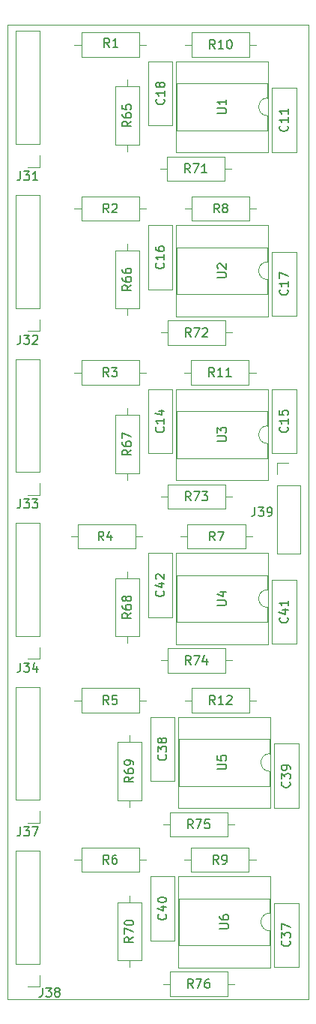
<source format=gto>
G04 #@! TF.GenerationSoftware,KiCad,Pcbnew,(6.0.1)*
G04 #@! TF.CreationDate,2022-09-12T17:15:24+02:00*
G04 #@! TF.ProjectId,Output-mixer,4f757470-7574-42d6-9d69-7865722e6b69,rev?*
G04 #@! TF.SameCoordinates,Original*
G04 #@! TF.FileFunction,Legend,Top*
G04 #@! TF.FilePolarity,Positive*
%FSLAX46Y46*%
G04 Gerber Fmt 4.6, Leading zero omitted, Abs format (unit mm)*
G04 Created by KiCad (PCBNEW (6.0.1)) date 2022-09-12 17:15:24*
%MOMM*%
%LPD*%
G01*
G04 APERTURE LIST*
G04 #@! TA.AperFunction,Profile*
%ADD10C,0.050000*%
G04 #@! TD*
%ADD11C,0.150000*%
%ADD12C,0.120000*%
%ADD13C,1.600000*%
%ADD14O,1.600000X1.600000*%
%ADD15R,1.700000X1.700000*%
%ADD16O,1.700000X1.700000*%
%ADD17R,1.600000X1.600000*%
G04 APERTURE END LIST*
D10*
X104175000Y-39325000D02*
X138175000Y-39325000D01*
X138175000Y-149325000D02*
X104175000Y-149325000D01*
X104175000Y-39325000D02*
X104175000Y-149325000D01*
X138175000Y-39325000D02*
X138175000Y-149325000D01*
D11*
X121782142Y-84717857D02*
X121829761Y-84765476D01*
X121877380Y-84908333D01*
X121877380Y-85003571D01*
X121829761Y-85146428D01*
X121734523Y-85241666D01*
X121639285Y-85289285D01*
X121448809Y-85336904D01*
X121305952Y-85336904D01*
X121115476Y-85289285D01*
X121020238Y-85241666D01*
X120925000Y-85146428D01*
X120877380Y-85003571D01*
X120877380Y-84908333D01*
X120925000Y-84765476D01*
X120972619Y-84717857D01*
X121877380Y-83765476D02*
X121877380Y-84336904D01*
X121877380Y-84051190D02*
X120877380Y-84051190D01*
X121020238Y-84146428D01*
X121115476Y-84241666D01*
X121163095Y-84336904D01*
X121210714Y-82908333D02*
X121877380Y-82908333D01*
X120829761Y-83146428D02*
X121544047Y-83384523D01*
X121544047Y-82765476D01*
X115588333Y-134027380D02*
X115255000Y-133551190D01*
X115016904Y-134027380D02*
X115016904Y-133027380D01*
X115397857Y-133027380D01*
X115493095Y-133075000D01*
X115540714Y-133122619D01*
X115588333Y-133217857D01*
X115588333Y-133360714D01*
X115540714Y-133455952D01*
X115493095Y-133503571D01*
X115397857Y-133551190D01*
X115016904Y-133551190D01*
X116445476Y-133027380D02*
X116255000Y-133027380D01*
X116159761Y-133075000D01*
X116112142Y-133122619D01*
X116016904Y-133265476D01*
X115969285Y-133455952D01*
X115969285Y-133836904D01*
X116016904Y-133932142D01*
X116064523Y-133979761D01*
X116159761Y-134027380D01*
X116350238Y-134027380D01*
X116445476Y-133979761D01*
X116493095Y-133932142D01*
X116540714Y-133836904D01*
X116540714Y-133598809D01*
X116493095Y-133503571D01*
X116445476Y-133455952D01*
X116350238Y-133408333D01*
X116159761Y-133408333D01*
X116064523Y-133455952D01*
X116016904Y-133503571D01*
X115969285Y-133598809D01*
X118127380Y-50217857D02*
X117651190Y-50551190D01*
X118127380Y-50789285D02*
X117127380Y-50789285D01*
X117127380Y-50408333D01*
X117175000Y-50313095D01*
X117222619Y-50265476D01*
X117317857Y-50217857D01*
X117460714Y-50217857D01*
X117555952Y-50265476D01*
X117603571Y-50313095D01*
X117651190Y-50408333D01*
X117651190Y-50789285D01*
X117127380Y-49360714D02*
X117127380Y-49551190D01*
X117175000Y-49646428D01*
X117222619Y-49694047D01*
X117365476Y-49789285D01*
X117555952Y-49836904D01*
X117936904Y-49836904D01*
X118032142Y-49789285D01*
X118079761Y-49741666D01*
X118127380Y-49646428D01*
X118127380Y-49455952D01*
X118079761Y-49360714D01*
X118032142Y-49313095D01*
X117936904Y-49265476D01*
X117698809Y-49265476D01*
X117603571Y-49313095D01*
X117555952Y-49360714D01*
X117508333Y-49455952D01*
X117508333Y-49646428D01*
X117555952Y-49741666D01*
X117603571Y-49789285D01*
X117698809Y-49836904D01*
X117127380Y-48360714D02*
X117127380Y-48836904D01*
X117603571Y-48884523D01*
X117555952Y-48836904D01*
X117508333Y-48741666D01*
X117508333Y-48503571D01*
X117555952Y-48408333D01*
X117603571Y-48360714D01*
X117698809Y-48313095D01*
X117936904Y-48313095D01*
X118032142Y-48360714D01*
X118079761Y-48408333D01*
X118127380Y-48503571D01*
X118127380Y-48741666D01*
X118079761Y-48836904D01*
X118032142Y-48884523D01*
X105615476Y-111357380D02*
X105615476Y-112071666D01*
X105567857Y-112214523D01*
X105472619Y-112309761D01*
X105329761Y-112357380D01*
X105234523Y-112357380D01*
X105996428Y-111357380D02*
X106615476Y-111357380D01*
X106282142Y-111738333D01*
X106425000Y-111738333D01*
X106520238Y-111785952D01*
X106567857Y-111833571D01*
X106615476Y-111928809D01*
X106615476Y-112166904D01*
X106567857Y-112262142D01*
X106520238Y-112309761D01*
X106425000Y-112357380D01*
X106139285Y-112357380D01*
X106044047Y-112309761D01*
X105996428Y-112262142D01*
X107472619Y-111690714D02*
X107472619Y-112357380D01*
X107234523Y-111309761D02*
X106996428Y-112024047D01*
X107615476Y-112024047D01*
X135782142Y-50717857D02*
X135829761Y-50765476D01*
X135877380Y-50908333D01*
X135877380Y-51003571D01*
X135829761Y-51146428D01*
X135734523Y-51241666D01*
X135639285Y-51289285D01*
X135448809Y-51336904D01*
X135305952Y-51336904D01*
X135115476Y-51289285D01*
X135020238Y-51241666D01*
X134925000Y-51146428D01*
X134877380Y-51003571D01*
X134877380Y-50908333D01*
X134925000Y-50765476D01*
X134972619Y-50717857D01*
X135877380Y-49765476D02*
X135877380Y-50336904D01*
X135877380Y-50051190D02*
X134877380Y-50051190D01*
X135020238Y-50146428D01*
X135115476Y-50241666D01*
X135163095Y-50336904D01*
X135877380Y-48813095D02*
X135877380Y-49384523D01*
X135877380Y-49098809D02*
X134877380Y-49098809D01*
X135020238Y-49194047D01*
X135115476Y-49289285D01*
X135163095Y-49384523D01*
X124782142Y-56027380D02*
X124448809Y-55551190D01*
X124210714Y-56027380D02*
X124210714Y-55027380D01*
X124591666Y-55027380D01*
X124686904Y-55075000D01*
X124734523Y-55122619D01*
X124782142Y-55217857D01*
X124782142Y-55360714D01*
X124734523Y-55455952D01*
X124686904Y-55503571D01*
X124591666Y-55551190D01*
X124210714Y-55551190D01*
X125115476Y-55027380D02*
X125782142Y-55027380D01*
X125353571Y-56027380D01*
X126686904Y-56027380D02*
X126115476Y-56027380D01*
X126401190Y-56027380D02*
X126401190Y-55027380D01*
X126305952Y-55170238D01*
X126210714Y-55265476D01*
X126115476Y-55313095D01*
X135782142Y-106217857D02*
X135829761Y-106265476D01*
X135877380Y-106408333D01*
X135877380Y-106503571D01*
X135829761Y-106646428D01*
X135734523Y-106741666D01*
X135639285Y-106789285D01*
X135448809Y-106836904D01*
X135305952Y-106836904D01*
X135115476Y-106789285D01*
X135020238Y-106741666D01*
X134925000Y-106646428D01*
X134877380Y-106503571D01*
X134877380Y-106408333D01*
X134925000Y-106265476D01*
X134972619Y-106217857D01*
X135210714Y-105360714D02*
X135877380Y-105360714D01*
X134829761Y-105598809D02*
X135544047Y-105836904D01*
X135544047Y-105217857D01*
X135877380Y-104313095D02*
X135877380Y-104884523D01*
X135877380Y-104598809D02*
X134877380Y-104598809D01*
X135020238Y-104694047D01*
X135115476Y-104789285D01*
X135163095Y-104884523D01*
X115588333Y-79027380D02*
X115255000Y-78551190D01*
X115016904Y-79027380D02*
X115016904Y-78027380D01*
X115397857Y-78027380D01*
X115493095Y-78075000D01*
X115540714Y-78122619D01*
X115588333Y-78217857D01*
X115588333Y-78360714D01*
X115540714Y-78455952D01*
X115493095Y-78503571D01*
X115397857Y-78551190D01*
X115016904Y-78551190D01*
X115921666Y-78027380D02*
X116540714Y-78027380D01*
X116207380Y-78408333D01*
X116350238Y-78408333D01*
X116445476Y-78455952D01*
X116493095Y-78503571D01*
X116540714Y-78598809D01*
X116540714Y-78836904D01*
X116493095Y-78932142D01*
X116445476Y-78979761D01*
X116350238Y-79027380D01*
X116064523Y-79027380D01*
X115969285Y-78979761D01*
X115921666Y-78932142D01*
X124862142Y-111527380D02*
X124528809Y-111051190D01*
X124290714Y-111527380D02*
X124290714Y-110527380D01*
X124671666Y-110527380D01*
X124766904Y-110575000D01*
X124814523Y-110622619D01*
X124862142Y-110717857D01*
X124862142Y-110860714D01*
X124814523Y-110955952D01*
X124766904Y-111003571D01*
X124671666Y-111051190D01*
X124290714Y-111051190D01*
X125195476Y-110527380D02*
X125862142Y-110527380D01*
X125433571Y-111527380D01*
X126671666Y-110860714D02*
X126671666Y-111527380D01*
X126433571Y-110479761D02*
X126195476Y-111194047D01*
X126814523Y-111194047D01*
X115588333Y-116027380D02*
X115255000Y-115551190D01*
X115016904Y-116027380D02*
X115016904Y-115027380D01*
X115397857Y-115027380D01*
X115493095Y-115075000D01*
X115540714Y-115122619D01*
X115588333Y-115217857D01*
X115588333Y-115360714D01*
X115540714Y-115455952D01*
X115493095Y-115503571D01*
X115397857Y-115551190D01*
X115016904Y-115551190D01*
X116493095Y-115027380D02*
X116016904Y-115027380D01*
X115969285Y-115503571D01*
X116016904Y-115455952D01*
X116112142Y-115408333D01*
X116350238Y-115408333D01*
X116445476Y-115455952D01*
X116493095Y-115503571D01*
X116540714Y-115598809D01*
X116540714Y-115836904D01*
X116493095Y-115932142D01*
X116445476Y-115979761D01*
X116350238Y-116027380D01*
X116112142Y-116027380D01*
X116016904Y-115979761D01*
X115969285Y-115932142D01*
X108115476Y-148027380D02*
X108115476Y-148741666D01*
X108067857Y-148884523D01*
X107972619Y-148979761D01*
X107829761Y-149027380D01*
X107734523Y-149027380D01*
X108496428Y-148027380D02*
X109115476Y-148027380D01*
X108782142Y-148408333D01*
X108925000Y-148408333D01*
X109020238Y-148455952D01*
X109067857Y-148503571D01*
X109115476Y-148598809D01*
X109115476Y-148836904D01*
X109067857Y-148932142D01*
X109020238Y-148979761D01*
X108925000Y-149027380D01*
X108639285Y-149027380D01*
X108544047Y-148979761D01*
X108496428Y-148932142D01*
X109686904Y-148455952D02*
X109591666Y-148408333D01*
X109544047Y-148360714D01*
X109496428Y-148265476D01*
X109496428Y-148217857D01*
X109544047Y-148122619D01*
X109591666Y-148075000D01*
X109686904Y-148027380D01*
X109877380Y-148027380D01*
X109972619Y-148075000D01*
X110020238Y-148122619D01*
X110067857Y-148217857D01*
X110067857Y-148265476D01*
X110020238Y-148360714D01*
X109972619Y-148408333D01*
X109877380Y-148455952D01*
X109686904Y-148455952D01*
X109591666Y-148503571D01*
X109544047Y-148551190D01*
X109496428Y-148646428D01*
X109496428Y-148836904D01*
X109544047Y-148932142D01*
X109591666Y-148979761D01*
X109686904Y-149027380D01*
X109877380Y-149027380D01*
X109972619Y-148979761D01*
X110020238Y-148932142D01*
X110067857Y-148836904D01*
X110067857Y-148646428D01*
X110020238Y-148551190D01*
X109972619Y-148503571D01*
X109877380Y-148455952D01*
X121832142Y-47717857D02*
X121879761Y-47765476D01*
X121927380Y-47908333D01*
X121927380Y-48003571D01*
X121879761Y-48146428D01*
X121784523Y-48241666D01*
X121689285Y-48289285D01*
X121498809Y-48336904D01*
X121355952Y-48336904D01*
X121165476Y-48289285D01*
X121070238Y-48241666D01*
X120975000Y-48146428D01*
X120927380Y-48003571D01*
X120927380Y-47908333D01*
X120975000Y-47765476D01*
X121022619Y-47717857D01*
X121927380Y-46765476D02*
X121927380Y-47336904D01*
X121927380Y-47051190D02*
X120927380Y-47051190D01*
X121070238Y-47146428D01*
X121165476Y-47241666D01*
X121213095Y-47336904D01*
X121355952Y-46194047D02*
X121308333Y-46289285D01*
X121260714Y-46336904D01*
X121165476Y-46384523D01*
X121117857Y-46384523D01*
X121022619Y-46336904D01*
X120975000Y-46289285D01*
X120927380Y-46194047D01*
X120927380Y-46003571D01*
X120975000Y-45908333D01*
X121022619Y-45860714D01*
X121117857Y-45813095D01*
X121165476Y-45813095D01*
X121260714Y-45860714D01*
X121308333Y-45908333D01*
X121355952Y-46003571D01*
X121355952Y-46194047D01*
X121403571Y-46289285D01*
X121451190Y-46336904D01*
X121546428Y-46384523D01*
X121736904Y-46384523D01*
X121832142Y-46336904D01*
X121879761Y-46289285D01*
X121927380Y-46194047D01*
X121927380Y-46003571D01*
X121879761Y-45908333D01*
X121832142Y-45860714D01*
X121736904Y-45813095D01*
X121546428Y-45813095D01*
X121451190Y-45860714D01*
X121403571Y-45908333D01*
X121355952Y-46003571D01*
X118127380Y-105717857D02*
X117651190Y-106051190D01*
X118127380Y-106289285D02*
X117127380Y-106289285D01*
X117127380Y-105908333D01*
X117175000Y-105813095D01*
X117222619Y-105765476D01*
X117317857Y-105717857D01*
X117460714Y-105717857D01*
X117555952Y-105765476D01*
X117603571Y-105813095D01*
X117651190Y-105908333D01*
X117651190Y-106289285D01*
X117127380Y-104860714D02*
X117127380Y-105051190D01*
X117175000Y-105146428D01*
X117222619Y-105194047D01*
X117365476Y-105289285D01*
X117555952Y-105336904D01*
X117936904Y-105336904D01*
X118032142Y-105289285D01*
X118079761Y-105241666D01*
X118127380Y-105146428D01*
X118127380Y-104955952D01*
X118079761Y-104860714D01*
X118032142Y-104813095D01*
X117936904Y-104765476D01*
X117698809Y-104765476D01*
X117603571Y-104813095D01*
X117555952Y-104860714D01*
X117508333Y-104955952D01*
X117508333Y-105146428D01*
X117555952Y-105241666D01*
X117603571Y-105289285D01*
X117698809Y-105336904D01*
X117555952Y-104194047D02*
X117508333Y-104289285D01*
X117460714Y-104336904D01*
X117365476Y-104384523D01*
X117317857Y-104384523D01*
X117222619Y-104336904D01*
X117175000Y-104289285D01*
X117127380Y-104194047D01*
X117127380Y-104003571D01*
X117175000Y-103908333D01*
X117222619Y-103860714D01*
X117317857Y-103813095D01*
X117365476Y-103813095D01*
X117460714Y-103860714D01*
X117508333Y-103908333D01*
X117555952Y-104003571D01*
X117555952Y-104194047D01*
X117603571Y-104289285D01*
X117651190Y-104336904D01*
X117746428Y-104384523D01*
X117936904Y-104384523D01*
X118032142Y-104336904D01*
X118079761Y-104289285D01*
X118127380Y-104194047D01*
X118127380Y-104003571D01*
X118079761Y-103908333D01*
X118032142Y-103860714D01*
X117936904Y-103813095D01*
X117746428Y-103813095D01*
X117651190Y-103860714D01*
X117603571Y-103908333D01*
X117555952Y-104003571D01*
X122032142Y-121717857D02*
X122079761Y-121765476D01*
X122127380Y-121908333D01*
X122127380Y-122003571D01*
X122079761Y-122146428D01*
X121984523Y-122241666D01*
X121889285Y-122289285D01*
X121698809Y-122336904D01*
X121555952Y-122336904D01*
X121365476Y-122289285D01*
X121270238Y-122241666D01*
X121175000Y-122146428D01*
X121127380Y-122003571D01*
X121127380Y-121908333D01*
X121175000Y-121765476D01*
X121222619Y-121717857D01*
X121127380Y-121384523D02*
X121127380Y-120765476D01*
X121508333Y-121098809D01*
X121508333Y-120955952D01*
X121555952Y-120860714D01*
X121603571Y-120813095D01*
X121698809Y-120765476D01*
X121936904Y-120765476D01*
X122032142Y-120813095D01*
X122079761Y-120860714D01*
X122127380Y-120955952D01*
X122127380Y-121241666D01*
X122079761Y-121336904D01*
X122032142Y-121384523D01*
X121555952Y-120194047D02*
X121508333Y-120289285D01*
X121460714Y-120336904D01*
X121365476Y-120384523D01*
X121317857Y-120384523D01*
X121222619Y-120336904D01*
X121175000Y-120289285D01*
X121127380Y-120194047D01*
X121127380Y-120003571D01*
X121175000Y-119908333D01*
X121222619Y-119860714D01*
X121317857Y-119813095D01*
X121365476Y-119813095D01*
X121460714Y-119860714D01*
X121508333Y-119908333D01*
X121555952Y-120003571D01*
X121555952Y-120194047D01*
X121603571Y-120289285D01*
X121651190Y-120336904D01*
X121746428Y-120384523D01*
X121936904Y-120384523D01*
X122032142Y-120336904D01*
X122079761Y-120289285D01*
X122127380Y-120194047D01*
X122127380Y-120003571D01*
X122079761Y-119908333D01*
X122032142Y-119860714D01*
X121936904Y-119813095D01*
X121746428Y-119813095D01*
X121651190Y-119860714D01*
X121603571Y-119908333D01*
X121555952Y-120003571D01*
X136032142Y-142717857D02*
X136079761Y-142765476D01*
X136127380Y-142908333D01*
X136127380Y-143003571D01*
X136079761Y-143146428D01*
X135984523Y-143241666D01*
X135889285Y-143289285D01*
X135698809Y-143336904D01*
X135555952Y-143336904D01*
X135365476Y-143289285D01*
X135270238Y-143241666D01*
X135175000Y-143146428D01*
X135127380Y-143003571D01*
X135127380Y-142908333D01*
X135175000Y-142765476D01*
X135222619Y-142717857D01*
X135127380Y-142384523D02*
X135127380Y-141765476D01*
X135508333Y-142098809D01*
X135508333Y-141955952D01*
X135555952Y-141860714D01*
X135603571Y-141813095D01*
X135698809Y-141765476D01*
X135936904Y-141765476D01*
X136032142Y-141813095D01*
X136079761Y-141860714D01*
X136127380Y-141955952D01*
X136127380Y-142241666D01*
X136079761Y-142336904D01*
X136032142Y-142384523D01*
X135127380Y-141432142D02*
X135127380Y-140765476D01*
X136127380Y-141194047D01*
X118377380Y-142297857D02*
X117901190Y-142631190D01*
X118377380Y-142869285D02*
X117377380Y-142869285D01*
X117377380Y-142488333D01*
X117425000Y-142393095D01*
X117472619Y-142345476D01*
X117567857Y-142297857D01*
X117710714Y-142297857D01*
X117805952Y-142345476D01*
X117853571Y-142393095D01*
X117901190Y-142488333D01*
X117901190Y-142869285D01*
X117377380Y-141964523D02*
X117377380Y-141297857D01*
X118377380Y-141726428D01*
X117377380Y-140726428D02*
X117377380Y-140631190D01*
X117425000Y-140535952D01*
X117472619Y-140488333D01*
X117567857Y-140440714D01*
X117758333Y-140393095D01*
X117996428Y-140393095D01*
X118186904Y-140440714D01*
X118282142Y-140488333D01*
X118329761Y-140535952D01*
X118377380Y-140631190D01*
X118377380Y-140726428D01*
X118329761Y-140821666D01*
X118282142Y-140869285D01*
X118186904Y-140916904D01*
X117996428Y-140964523D01*
X117758333Y-140964523D01*
X117567857Y-140916904D01*
X117472619Y-140869285D01*
X117425000Y-140821666D01*
X117377380Y-140726428D01*
X124862142Y-93027380D02*
X124528809Y-92551190D01*
X124290714Y-93027380D02*
X124290714Y-92027380D01*
X124671666Y-92027380D01*
X124766904Y-92075000D01*
X124814523Y-92122619D01*
X124862142Y-92217857D01*
X124862142Y-92360714D01*
X124814523Y-92455952D01*
X124766904Y-92503571D01*
X124671666Y-92551190D01*
X124290714Y-92551190D01*
X125195476Y-92027380D02*
X125862142Y-92027380D01*
X125433571Y-93027380D01*
X126147857Y-92027380D02*
X126766904Y-92027380D01*
X126433571Y-92408333D01*
X126576428Y-92408333D01*
X126671666Y-92455952D01*
X126719285Y-92503571D01*
X126766904Y-92598809D01*
X126766904Y-92836904D01*
X126719285Y-92932142D01*
X126671666Y-92979761D01*
X126576428Y-93027380D01*
X126290714Y-93027380D01*
X126195476Y-92979761D01*
X126147857Y-92932142D01*
X127877380Y-86336904D02*
X128686904Y-86336904D01*
X128782142Y-86289285D01*
X128829761Y-86241666D01*
X128877380Y-86146428D01*
X128877380Y-85955952D01*
X128829761Y-85860714D01*
X128782142Y-85813095D01*
X128686904Y-85765476D01*
X127877380Y-85765476D01*
X127877380Y-85384523D02*
X127877380Y-84765476D01*
X128258333Y-85098809D01*
X128258333Y-84955952D01*
X128305952Y-84860714D01*
X128353571Y-84813095D01*
X128448809Y-84765476D01*
X128686904Y-84765476D01*
X128782142Y-84813095D01*
X128829761Y-84860714D01*
X128877380Y-84955952D01*
X128877380Y-85241666D01*
X128829761Y-85336904D01*
X128782142Y-85384523D01*
X125112142Y-148027380D02*
X124778809Y-147551190D01*
X124540714Y-148027380D02*
X124540714Y-147027380D01*
X124921666Y-147027380D01*
X125016904Y-147075000D01*
X125064523Y-147122619D01*
X125112142Y-147217857D01*
X125112142Y-147360714D01*
X125064523Y-147455952D01*
X125016904Y-147503571D01*
X124921666Y-147551190D01*
X124540714Y-147551190D01*
X125445476Y-147027380D02*
X126112142Y-147027380D01*
X125683571Y-148027380D01*
X126921666Y-147027380D02*
X126731190Y-147027380D01*
X126635952Y-147075000D01*
X126588333Y-147122619D01*
X126493095Y-147265476D01*
X126445476Y-147455952D01*
X126445476Y-147836904D01*
X126493095Y-147932142D01*
X126540714Y-147979761D01*
X126635952Y-148027380D01*
X126826428Y-148027380D01*
X126921666Y-147979761D01*
X126969285Y-147932142D01*
X127016904Y-147836904D01*
X127016904Y-147598809D01*
X126969285Y-147503571D01*
X126921666Y-147455952D01*
X126826428Y-147408333D01*
X126635952Y-147408333D01*
X126540714Y-147455952D01*
X126493095Y-147503571D01*
X126445476Y-147598809D01*
X127877380Y-104846904D02*
X128686904Y-104846904D01*
X128782142Y-104799285D01*
X128829761Y-104751666D01*
X128877380Y-104656428D01*
X128877380Y-104465952D01*
X128829761Y-104370714D01*
X128782142Y-104323095D01*
X128686904Y-104275476D01*
X127877380Y-104275476D01*
X128210714Y-103370714D02*
X128877380Y-103370714D01*
X127829761Y-103608809D02*
X128544047Y-103846904D01*
X128544047Y-103227857D01*
X115668333Y-41847380D02*
X115335000Y-41371190D01*
X115096904Y-41847380D02*
X115096904Y-40847380D01*
X115477857Y-40847380D01*
X115573095Y-40895000D01*
X115620714Y-40942619D01*
X115668333Y-41037857D01*
X115668333Y-41180714D01*
X115620714Y-41275952D01*
X115573095Y-41323571D01*
X115477857Y-41371190D01*
X115096904Y-41371190D01*
X116620714Y-41847380D02*
X116049285Y-41847380D01*
X116335000Y-41847380D02*
X116335000Y-40847380D01*
X116239761Y-40990238D01*
X116144523Y-41085476D01*
X116049285Y-41133095D01*
X135782142Y-84717857D02*
X135829761Y-84765476D01*
X135877380Y-84908333D01*
X135877380Y-85003571D01*
X135829761Y-85146428D01*
X135734523Y-85241666D01*
X135639285Y-85289285D01*
X135448809Y-85336904D01*
X135305952Y-85336904D01*
X135115476Y-85289285D01*
X135020238Y-85241666D01*
X134925000Y-85146428D01*
X134877380Y-85003571D01*
X134877380Y-84908333D01*
X134925000Y-84765476D01*
X134972619Y-84717857D01*
X135877380Y-83765476D02*
X135877380Y-84336904D01*
X135877380Y-84051190D02*
X134877380Y-84051190D01*
X135020238Y-84146428D01*
X135115476Y-84241666D01*
X135163095Y-84336904D01*
X134877380Y-82860714D02*
X134877380Y-83336904D01*
X135353571Y-83384523D01*
X135305952Y-83336904D01*
X135258333Y-83241666D01*
X135258333Y-83003571D01*
X135305952Y-82908333D01*
X135353571Y-82860714D01*
X135448809Y-82813095D01*
X135686904Y-82813095D01*
X135782142Y-82860714D01*
X135829761Y-82908333D01*
X135877380Y-83003571D01*
X135877380Y-83241666D01*
X135829761Y-83336904D01*
X135782142Y-83384523D01*
X127612142Y-116027380D02*
X127278809Y-115551190D01*
X127040714Y-116027380D02*
X127040714Y-115027380D01*
X127421666Y-115027380D01*
X127516904Y-115075000D01*
X127564523Y-115122619D01*
X127612142Y-115217857D01*
X127612142Y-115360714D01*
X127564523Y-115455952D01*
X127516904Y-115503571D01*
X127421666Y-115551190D01*
X127040714Y-115551190D01*
X128564523Y-116027380D02*
X127993095Y-116027380D01*
X128278809Y-116027380D02*
X128278809Y-115027380D01*
X128183571Y-115170238D01*
X128088333Y-115265476D01*
X127993095Y-115313095D01*
X128945476Y-115122619D02*
X128993095Y-115075000D01*
X129088333Y-115027380D01*
X129326428Y-115027380D01*
X129421666Y-115075000D01*
X129469285Y-115122619D01*
X129516904Y-115217857D01*
X129516904Y-115313095D01*
X129469285Y-115455952D01*
X128897857Y-116027380D01*
X129516904Y-116027380D01*
X128088333Y-60527380D02*
X127755000Y-60051190D01*
X127516904Y-60527380D02*
X127516904Y-59527380D01*
X127897857Y-59527380D01*
X127993095Y-59575000D01*
X128040714Y-59622619D01*
X128088333Y-59717857D01*
X128088333Y-59860714D01*
X128040714Y-59955952D01*
X127993095Y-60003571D01*
X127897857Y-60051190D01*
X127516904Y-60051190D01*
X128659761Y-59955952D02*
X128564523Y-59908333D01*
X128516904Y-59860714D01*
X128469285Y-59765476D01*
X128469285Y-59717857D01*
X128516904Y-59622619D01*
X128564523Y-59575000D01*
X128659761Y-59527380D01*
X128850238Y-59527380D01*
X128945476Y-59575000D01*
X128993095Y-59622619D01*
X129040714Y-59717857D01*
X129040714Y-59765476D01*
X128993095Y-59860714D01*
X128945476Y-59908333D01*
X128850238Y-59955952D01*
X128659761Y-59955952D01*
X128564523Y-60003571D01*
X128516904Y-60051190D01*
X128469285Y-60146428D01*
X128469285Y-60336904D01*
X128516904Y-60432142D01*
X128564523Y-60479761D01*
X128659761Y-60527380D01*
X128850238Y-60527380D01*
X128945476Y-60479761D01*
X128993095Y-60432142D01*
X129040714Y-60336904D01*
X129040714Y-60146428D01*
X128993095Y-60051190D01*
X128945476Y-60003571D01*
X128850238Y-59955952D01*
X118127380Y-68717857D02*
X117651190Y-69051190D01*
X118127380Y-69289285D02*
X117127380Y-69289285D01*
X117127380Y-68908333D01*
X117175000Y-68813095D01*
X117222619Y-68765476D01*
X117317857Y-68717857D01*
X117460714Y-68717857D01*
X117555952Y-68765476D01*
X117603571Y-68813095D01*
X117651190Y-68908333D01*
X117651190Y-69289285D01*
X117127380Y-67860714D02*
X117127380Y-68051190D01*
X117175000Y-68146428D01*
X117222619Y-68194047D01*
X117365476Y-68289285D01*
X117555952Y-68336904D01*
X117936904Y-68336904D01*
X118032142Y-68289285D01*
X118079761Y-68241666D01*
X118127380Y-68146428D01*
X118127380Y-67955952D01*
X118079761Y-67860714D01*
X118032142Y-67813095D01*
X117936904Y-67765476D01*
X117698809Y-67765476D01*
X117603571Y-67813095D01*
X117555952Y-67860714D01*
X117508333Y-67955952D01*
X117508333Y-68146428D01*
X117555952Y-68241666D01*
X117603571Y-68289285D01*
X117698809Y-68336904D01*
X117127380Y-66908333D02*
X117127380Y-67098809D01*
X117175000Y-67194047D01*
X117222619Y-67241666D01*
X117365476Y-67336904D01*
X117555952Y-67384523D01*
X117936904Y-67384523D01*
X118032142Y-67336904D01*
X118079761Y-67289285D01*
X118127380Y-67194047D01*
X118127380Y-67003571D01*
X118079761Y-66908333D01*
X118032142Y-66860714D01*
X117936904Y-66813095D01*
X117698809Y-66813095D01*
X117603571Y-66860714D01*
X117555952Y-66908333D01*
X117508333Y-67003571D01*
X117508333Y-67194047D01*
X117555952Y-67289285D01*
X117603571Y-67336904D01*
X117698809Y-67384523D01*
X132115476Y-93777380D02*
X132115476Y-94491666D01*
X132067857Y-94634523D01*
X131972619Y-94729761D01*
X131829761Y-94777380D01*
X131734523Y-94777380D01*
X132496428Y-93777380D02*
X133115476Y-93777380D01*
X132782142Y-94158333D01*
X132925000Y-94158333D01*
X133020238Y-94205952D01*
X133067857Y-94253571D01*
X133115476Y-94348809D01*
X133115476Y-94586904D01*
X133067857Y-94682142D01*
X133020238Y-94729761D01*
X132925000Y-94777380D01*
X132639285Y-94777380D01*
X132544047Y-94729761D01*
X132496428Y-94682142D01*
X133591666Y-94777380D02*
X133782142Y-94777380D01*
X133877380Y-94729761D01*
X133925000Y-94682142D01*
X134020238Y-94539285D01*
X134067857Y-94348809D01*
X134067857Y-93967857D01*
X134020238Y-93872619D01*
X133972619Y-93825000D01*
X133877380Y-93777380D01*
X133686904Y-93777380D01*
X133591666Y-93825000D01*
X133544047Y-93872619D01*
X133496428Y-93967857D01*
X133496428Y-94205952D01*
X133544047Y-94301190D01*
X133591666Y-94348809D01*
X133686904Y-94396428D01*
X133877380Y-94396428D01*
X133972619Y-94348809D01*
X134020238Y-94301190D01*
X134067857Y-94205952D01*
X118377380Y-124217857D02*
X117901190Y-124551190D01*
X118377380Y-124789285D02*
X117377380Y-124789285D01*
X117377380Y-124408333D01*
X117425000Y-124313095D01*
X117472619Y-124265476D01*
X117567857Y-124217857D01*
X117710714Y-124217857D01*
X117805952Y-124265476D01*
X117853571Y-124313095D01*
X117901190Y-124408333D01*
X117901190Y-124789285D01*
X117377380Y-123360714D02*
X117377380Y-123551190D01*
X117425000Y-123646428D01*
X117472619Y-123694047D01*
X117615476Y-123789285D01*
X117805952Y-123836904D01*
X118186904Y-123836904D01*
X118282142Y-123789285D01*
X118329761Y-123741666D01*
X118377380Y-123646428D01*
X118377380Y-123455952D01*
X118329761Y-123360714D01*
X118282142Y-123313095D01*
X118186904Y-123265476D01*
X117948809Y-123265476D01*
X117853571Y-123313095D01*
X117805952Y-123360714D01*
X117758333Y-123455952D01*
X117758333Y-123646428D01*
X117805952Y-123741666D01*
X117853571Y-123789285D01*
X117948809Y-123836904D01*
X118377380Y-122789285D02*
X118377380Y-122598809D01*
X118329761Y-122503571D01*
X118282142Y-122455952D01*
X118139285Y-122360714D01*
X117948809Y-122313095D01*
X117567857Y-122313095D01*
X117472619Y-122360714D01*
X117425000Y-122408333D01*
X117377380Y-122503571D01*
X117377380Y-122694047D01*
X117425000Y-122789285D01*
X117472619Y-122836904D01*
X117567857Y-122884523D01*
X117805952Y-122884523D01*
X117901190Y-122836904D01*
X117948809Y-122789285D01*
X117996428Y-122694047D01*
X117996428Y-122503571D01*
X117948809Y-122408333D01*
X117901190Y-122360714D01*
X117805952Y-122313095D01*
X127532142Y-79027380D02*
X127198809Y-78551190D01*
X126960714Y-79027380D02*
X126960714Y-78027380D01*
X127341666Y-78027380D01*
X127436904Y-78075000D01*
X127484523Y-78122619D01*
X127532142Y-78217857D01*
X127532142Y-78360714D01*
X127484523Y-78455952D01*
X127436904Y-78503571D01*
X127341666Y-78551190D01*
X126960714Y-78551190D01*
X128484523Y-79027380D02*
X127913095Y-79027380D01*
X128198809Y-79027380D02*
X128198809Y-78027380D01*
X128103571Y-78170238D01*
X128008333Y-78265476D01*
X127913095Y-78313095D01*
X129436904Y-79027380D02*
X128865476Y-79027380D01*
X129151190Y-79027380D02*
X129151190Y-78027380D01*
X129055952Y-78170238D01*
X128960714Y-78265476D01*
X128865476Y-78313095D01*
X124862142Y-74527380D02*
X124528809Y-74051190D01*
X124290714Y-74527380D02*
X124290714Y-73527380D01*
X124671666Y-73527380D01*
X124766904Y-73575000D01*
X124814523Y-73622619D01*
X124862142Y-73717857D01*
X124862142Y-73860714D01*
X124814523Y-73955952D01*
X124766904Y-74003571D01*
X124671666Y-74051190D01*
X124290714Y-74051190D01*
X125195476Y-73527380D02*
X125862142Y-73527380D01*
X125433571Y-74527380D01*
X126195476Y-73622619D02*
X126243095Y-73575000D01*
X126338333Y-73527380D01*
X126576428Y-73527380D01*
X126671666Y-73575000D01*
X126719285Y-73622619D01*
X126766904Y-73717857D01*
X126766904Y-73813095D01*
X126719285Y-73955952D01*
X126147857Y-74527380D01*
X126766904Y-74527380D01*
X128008333Y-134027380D02*
X127675000Y-133551190D01*
X127436904Y-134027380D02*
X127436904Y-133027380D01*
X127817857Y-133027380D01*
X127913095Y-133075000D01*
X127960714Y-133122619D01*
X128008333Y-133217857D01*
X128008333Y-133360714D01*
X127960714Y-133455952D01*
X127913095Y-133503571D01*
X127817857Y-133551190D01*
X127436904Y-133551190D01*
X128484523Y-134027380D02*
X128675000Y-134027380D01*
X128770238Y-133979761D01*
X128817857Y-133932142D01*
X128913095Y-133789285D01*
X128960714Y-133598809D01*
X128960714Y-133217857D01*
X128913095Y-133122619D01*
X128865476Y-133075000D01*
X128770238Y-133027380D01*
X128579761Y-133027380D01*
X128484523Y-133075000D01*
X128436904Y-133122619D01*
X128389285Y-133217857D01*
X128389285Y-133455952D01*
X128436904Y-133551190D01*
X128484523Y-133598809D01*
X128579761Y-133646428D01*
X128770238Y-133646428D01*
X128865476Y-133598809D01*
X128913095Y-133551190D01*
X128960714Y-133455952D01*
X125112142Y-130027380D02*
X124778809Y-129551190D01*
X124540714Y-130027380D02*
X124540714Y-129027380D01*
X124921666Y-129027380D01*
X125016904Y-129075000D01*
X125064523Y-129122619D01*
X125112142Y-129217857D01*
X125112142Y-129360714D01*
X125064523Y-129455952D01*
X125016904Y-129503571D01*
X124921666Y-129551190D01*
X124540714Y-129551190D01*
X125445476Y-129027380D02*
X126112142Y-129027380D01*
X125683571Y-130027380D01*
X126969285Y-129027380D02*
X126493095Y-129027380D01*
X126445476Y-129503571D01*
X126493095Y-129455952D01*
X126588333Y-129408333D01*
X126826428Y-129408333D01*
X126921666Y-129455952D01*
X126969285Y-129503571D01*
X127016904Y-129598809D01*
X127016904Y-129836904D01*
X126969285Y-129932142D01*
X126921666Y-129979761D01*
X126826428Y-130027380D01*
X126588333Y-130027380D01*
X126493095Y-129979761D01*
X126445476Y-129932142D01*
X127598333Y-97527380D02*
X127265000Y-97051190D01*
X127026904Y-97527380D02*
X127026904Y-96527380D01*
X127407857Y-96527380D01*
X127503095Y-96575000D01*
X127550714Y-96622619D01*
X127598333Y-96717857D01*
X127598333Y-96860714D01*
X127550714Y-96955952D01*
X127503095Y-97003571D01*
X127407857Y-97051190D01*
X127026904Y-97051190D01*
X127931666Y-96527380D02*
X128598333Y-96527380D01*
X128169761Y-97527380D01*
X105615476Y-74357380D02*
X105615476Y-75071666D01*
X105567857Y-75214523D01*
X105472619Y-75309761D01*
X105329761Y-75357380D01*
X105234523Y-75357380D01*
X105996428Y-74357380D02*
X106615476Y-74357380D01*
X106282142Y-74738333D01*
X106425000Y-74738333D01*
X106520238Y-74785952D01*
X106567857Y-74833571D01*
X106615476Y-74928809D01*
X106615476Y-75166904D01*
X106567857Y-75262142D01*
X106520238Y-75309761D01*
X106425000Y-75357380D01*
X106139285Y-75357380D01*
X106044047Y-75309761D01*
X105996428Y-75262142D01*
X106996428Y-74452619D02*
X107044047Y-74405000D01*
X107139285Y-74357380D01*
X107377380Y-74357380D01*
X107472619Y-74405000D01*
X107520238Y-74452619D01*
X107567857Y-74547857D01*
X107567857Y-74643095D01*
X107520238Y-74785952D01*
X106948809Y-75357380D01*
X107567857Y-75357380D01*
X121782142Y-103217857D02*
X121829761Y-103265476D01*
X121877380Y-103408333D01*
X121877380Y-103503571D01*
X121829761Y-103646428D01*
X121734523Y-103741666D01*
X121639285Y-103789285D01*
X121448809Y-103836904D01*
X121305952Y-103836904D01*
X121115476Y-103789285D01*
X121020238Y-103741666D01*
X120925000Y-103646428D01*
X120877380Y-103503571D01*
X120877380Y-103408333D01*
X120925000Y-103265476D01*
X120972619Y-103217857D01*
X121210714Y-102360714D02*
X121877380Y-102360714D01*
X120829761Y-102598809D02*
X121544047Y-102836904D01*
X121544047Y-102217857D01*
X120972619Y-101884523D02*
X120925000Y-101836904D01*
X120877380Y-101741666D01*
X120877380Y-101503571D01*
X120925000Y-101408333D01*
X120972619Y-101360714D01*
X121067857Y-101313095D01*
X121163095Y-101313095D01*
X121305952Y-101360714D01*
X121877380Y-101932142D01*
X121877380Y-101313095D01*
X135782142Y-69217857D02*
X135829761Y-69265476D01*
X135877380Y-69408333D01*
X135877380Y-69503571D01*
X135829761Y-69646428D01*
X135734523Y-69741666D01*
X135639285Y-69789285D01*
X135448809Y-69836904D01*
X135305952Y-69836904D01*
X135115476Y-69789285D01*
X135020238Y-69741666D01*
X134925000Y-69646428D01*
X134877380Y-69503571D01*
X134877380Y-69408333D01*
X134925000Y-69265476D01*
X134972619Y-69217857D01*
X135877380Y-68265476D02*
X135877380Y-68836904D01*
X135877380Y-68551190D02*
X134877380Y-68551190D01*
X135020238Y-68646428D01*
X135115476Y-68741666D01*
X135163095Y-68836904D01*
X134877380Y-67932142D02*
X134877380Y-67265476D01*
X135877380Y-67694047D01*
X122032142Y-139717857D02*
X122079761Y-139765476D01*
X122127380Y-139908333D01*
X122127380Y-140003571D01*
X122079761Y-140146428D01*
X121984523Y-140241666D01*
X121889285Y-140289285D01*
X121698809Y-140336904D01*
X121555952Y-140336904D01*
X121365476Y-140289285D01*
X121270238Y-140241666D01*
X121175000Y-140146428D01*
X121127380Y-140003571D01*
X121127380Y-139908333D01*
X121175000Y-139765476D01*
X121222619Y-139717857D01*
X121460714Y-138860714D02*
X122127380Y-138860714D01*
X121079761Y-139098809D02*
X121794047Y-139336904D01*
X121794047Y-138717857D01*
X121127380Y-138146428D02*
X121127380Y-138051190D01*
X121175000Y-137955952D01*
X121222619Y-137908333D01*
X121317857Y-137860714D01*
X121508333Y-137813095D01*
X121746428Y-137813095D01*
X121936904Y-137860714D01*
X122032142Y-137908333D01*
X122079761Y-137955952D01*
X122127380Y-138051190D01*
X122127380Y-138146428D01*
X122079761Y-138241666D01*
X122032142Y-138289285D01*
X121936904Y-138336904D01*
X121746428Y-138384523D01*
X121508333Y-138384523D01*
X121317857Y-138336904D01*
X121222619Y-138289285D01*
X121175000Y-138241666D01*
X121127380Y-138146428D01*
X105615476Y-129857380D02*
X105615476Y-130571666D01*
X105567857Y-130714523D01*
X105472619Y-130809761D01*
X105329761Y-130857380D01*
X105234523Y-130857380D01*
X105996428Y-129857380D02*
X106615476Y-129857380D01*
X106282142Y-130238333D01*
X106425000Y-130238333D01*
X106520238Y-130285952D01*
X106567857Y-130333571D01*
X106615476Y-130428809D01*
X106615476Y-130666904D01*
X106567857Y-130762142D01*
X106520238Y-130809761D01*
X106425000Y-130857380D01*
X106139285Y-130857380D01*
X106044047Y-130809761D01*
X105996428Y-130762142D01*
X106948809Y-129857380D02*
X107615476Y-129857380D01*
X107186904Y-130857380D01*
X115008333Y-97527380D02*
X114675000Y-97051190D01*
X114436904Y-97527380D02*
X114436904Y-96527380D01*
X114817857Y-96527380D01*
X114913095Y-96575000D01*
X114960714Y-96622619D01*
X115008333Y-96717857D01*
X115008333Y-96860714D01*
X114960714Y-96955952D01*
X114913095Y-97003571D01*
X114817857Y-97051190D01*
X114436904Y-97051190D01*
X115865476Y-96860714D02*
X115865476Y-97527380D01*
X115627380Y-96479761D02*
X115389285Y-97194047D01*
X116008333Y-97194047D01*
X118127380Y-87297857D02*
X117651190Y-87631190D01*
X118127380Y-87869285D02*
X117127380Y-87869285D01*
X117127380Y-87488333D01*
X117175000Y-87393095D01*
X117222619Y-87345476D01*
X117317857Y-87297857D01*
X117460714Y-87297857D01*
X117555952Y-87345476D01*
X117603571Y-87393095D01*
X117651190Y-87488333D01*
X117651190Y-87869285D01*
X117127380Y-86440714D02*
X117127380Y-86631190D01*
X117175000Y-86726428D01*
X117222619Y-86774047D01*
X117365476Y-86869285D01*
X117555952Y-86916904D01*
X117936904Y-86916904D01*
X118032142Y-86869285D01*
X118079761Y-86821666D01*
X118127380Y-86726428D01*
X118127380Y-86535952D01*
X118079761Y-86440714D01*
X118032142Y-86393095D01*
X117936904Y-86345476D01*
X117698809Y-86345476D01*
X117603571Y-86393095D01*
X117555952Y-86440714D01*
X117508333Y-86535952D01*
X117508333Y-86726428D01*
X117555952Y-86821666D01*
X117603571Y-86869285D01*
X117698809Y-86916904D01*
X117127380Y-86012142D02*
X117127380Y-85345476D01*
X118127380Y-85774047D01*
X127612142Y-42027380D02*
X127278809Y-41551190D01*
X127040714Y-42027380D02*
X127040714Y-41027380D01*
X127421666Y-41027380D01*
X127516904Y-41075000D01*
X127564523Y-41122619D01*
X127612142Y-41217857D01*
X127612142Y-41360714D01*
X127564523Y-41455952D01*
X127516904Y-41503571D01*
X127421666Y-41551190D01*
X127040714Y-41551190D01*
X128564523Y-42027380D02*
X127993095Y-42027380D01*
X128278809Y-42027380D02*
X128278809Y-41027380D01*
X128183571Y-41170238D01*
X128088333Y-41265476D01*
X127993095Y-41313095D01*
X129183571Y-41027380D02*
X129278809Y-41027380D01*
X129374047Y-41075000D01*
X129421666Y-41122619D01*
X129469285Y-41217857D01*
X129516904Y-41408333D01*
X129516904Y-41646428D01*
X129469285Y-41836904D01*
X129421666Y-41932142D01*
X129374047Y-41979761D01*
X129278809Y-42027380D01*
X129183571Y-42027380D01*
X129088333Y-41979761D01*
X129040714Y-41932142D01*
X128993095Y-41836904D01*
X128945476Y-41646428D01*
X128945476Y-41408333D01*
X128993095Y-41217857D01*
X129040714Y-41122619D01*
X129088333Y-41075000D01*
X129183571Y-41027380D01*
X127877380Y-67846904D02*
X128686904Y-67846904D01*
X128782142Y-67799285D01*
X128829761Y-67751666D01*
X128877380Y-67656428D01*
X128877380Y-67465952D01*
X128829761Y-67370714D01*
X128782142Y-67323095D01*
X128686904Y-67275476D01*
X127877380Y-67275476D01*
X127972619Y-66846904D02*
X127925000Y-66799285D01*
X127877380Y-66704047D01*
X127877380Y-66465952D01*
X127925000Y-66370714D01*
X127972619Y-66323095D01*
X128067857Y-66275476D01*
X128163095Y-66275476D01*
X128305952Y-66323095D01*
X128877380Y-66894523D01*
X128877380Y-66275476D01*
X127877380Y-123346904D02*
X128686904Y-123346904D01*
X128782142Y-123299285D01*
X128829761Y-123251666D01*
X128877380Y-123156428D01*
X128877380Y-122965952D01*
X128829761Y-122870714D01*
X128782142Y-122823095D01*
X128686904Y-122775476D01*
X127877380Y-122775476D01*
X127877380Y-121823095D02*
X127877380Y-122299285D01*
X128353571Y-122346904D01*
X128305952Y-122299285D01*
X128258333Y-122204047D01*
X128258333Y-121965952D01*
X128305952Y-121870714D01*
X128353571Y-121823095D01*
X128448809Y-121775476D01*
X128686904Y-121775476D01*
X128782142Y-121823095D01*
X128829761Y-121870714D01*
X128877380Y-121965952D01*
X128877380Y-122204047D01*
X128829761Y-122299285D01*
X128782142Y-122346904D01*
X115588333Y-60527380D02*
X115255000Y-60051190D01*
X115016904Y-60527380D02*
X115016904Y-59527380D01*
X115397857Y-59527380D01*
X115493095Y-59575000D01*
X115540714Y-59622619D01*
X115588333Y-59717857D01*
X115588333Y-59860714D01*
X115540714Y-59955952D01*
X115493095Y-60003571D01*
X115397857Y-60051190D01*
X115016904Y-60051190D01*
X115969285Y-59622619D02*
X116016904Y-59575000D01*
X116112142Y-59527380D01*
X116350238Y-59527380D01*
X116445476Y-59575000D01*
X116493095Y-59622619D01*
X116540714Y-59717857D01*
X116540714Y-59813095D01*
X116493095Y-59955952D01*
X115921666Y-60527380D01*
X116540714Y-60527380D01*
X136032142Y-124777857D02*
X136079761Y-124825476D01*
X136127380Y-124968333D01*
X136127380Y-125063571D01*
X136079761Y-125206428D01*
X135984523Y-125301666D01*
X135889285Y-125349285D01*
X135698809Y-125396904D01*
X135555952Y-125396904D01*
X135365476Y-125349285D01*
X135270238Y-125301666D01*
X135175000Y-125206428D01*
X135127380Y-125063571D01*
X135127380Y-124968333D01*
X135175000Y-124825476D01*
X135222619Y-124777857D01*
X135127380Y-124444523D02*
X135127380Y-123825476D01*
X135508333Y-124158809D01*
X135508333Y-124015952D01*
X135555952Y-123920714D01*
X135603571Y-123873095D01*
X135698809Y-123825476D01*
X135936904Y-123825476D01*
X136032142Y-123873095D01*
X136079761Y-123920714D01*
X136127380Y-124015952D01*
X136127380Y-124301666D01*
X136079761Y-124396904D01*
X136032142Y-124444523D01*
X136127380Y-123349285D02*
X136127380Y-123158809D01*
X136079761Y-123063571D01*
X136032142Y-123015952D01*
X135889285Y-122920714D01*
X135698809Y-122873095D01*
X135317857Y-122873095D01*
X135222619Y-122920714D01*
X135175000Y-122968333D01*
X135127380Y-123063571D01*
X135127380Y-123254047D01*
X135175000Y-123349285D01*
X135222619Y-123396904D01*
X135317857Y-123444523D01*
X135555952Y-123444523D01*
X135651190Y-123396904D01*
X135698809Y-123349285D01*
X135746428Y-123254047D01*
X135746428Y-123063571D01*
X135698809Y-122968333D01*
X135651190Y-122920714D01*
X135555952Y-122873095D01*
X105615476Y-92857380D02*
X105615476Y-93571666D01*
X105567857Y-93714523D01*
X105472619Y-93809761D01*
X105329761Y-93857380D01*
X105234523Y-93857380D01*
X105996428Y-92857380D02*
X106615476Y-92857380D01*
X106282142Y-93238333D01*
X106425000Y-93238333D01*
X106520238Y-93285952D01*
X106567857Y-93333571D01*
X106615476Y-93428809D01*
X106615476Y-93666904D01*
X106567857Y-93762142D01*
X106520238Y-93809761D01*
X106425000Y-93857380D01*
X106139285Y-93857380D01*
X106044047Y-93809761D01*
X105996428Y-93762142D01*
X106948809Y-92857380D02*
X107567857Y-92857380D01*
X107234523Y-93238333D01*
X107377380Y-93238333D01*
X107472619Y-93285952D01*
X107520238Y-93333571D01*
X107567857Y-93428809D01*
X107567857Y-93666904D01*
X107520238Y-93762142D01*
X107472619Y-93809761D01*
X107377380Y-93857380D01*
X107091666Y-93857380D01*
X106996428Y-93809761D01*
X106948809Y-93762142D01*
X121782142Y-66217857D02*
X121829761Y-66265476D01*
X121877380Y-66408333D01*
X121877380Y-66503571D01*
X121829761Y-66646428D01*
X121734523Y-66741666D01*
X121639285Y-66789285D01*
X121448809Y-66836904D01*
X121305952Y-66836904D01*
X121115476Y-66789285D01*
X121020238Y-66741666D01*
X120925000Y-66646428D01*
X120877380Y-66503571D01*
X120877380Y-66408333D01*
X120925000Y-66265476D01*
X120972619Y-66217857D01*
X121877380Y-65265476D02*
X121877380Y-65836904D01*
X121877380Y-65551190D02*
X120877380Y-65551190D01*
X121020238Y-65646428D01*
X121115476Y-65741666D01*
X121163095Y-65836904D01*
X120877380Y-64408333D02*
X120877380Y-64598809D01*
X120925000Y-64694047D01*
X120972619Y-64741666D01*
X121115476Y-64836904D01*
X121305952Y-64884523D01*
X121686904Y-64884523D01*
X121782142Y-64836904D01*
X121829761Y-64789285D01*
X121877380Y-64694047D01*
X121877380Y-64503571D01*
X121829761Y-64408333D01*
X121782142Y-64360714D01*
X121686904Y-64313095D01*
X121448809Y-64313095D01*
X121353571Y-64360714D01*
X121305952Y-64408333D01*
X121258333Y-64503571D01*
X121258333Y-64694047D01*
X121305952Y-64789285D01*
X121353571Y-64836904D01*
X121448809Y-64884523D01*
X128127380Y-141346904D02*
X128936904Y-141346904D01*
X129032142Y-141299285D01*
X129079761Y-141251666D01*
X129127380Y-141156428D01*
X129127380Y-140965952D01*
X129079761Y-140870714D01*
X129032142Y-140823095D01*
X128936904Y-140775476D01*
X128127380Y-140775476D01*
X128127380Y-139870714D02*
X128127380Y-140061190D01*
X128175000Y-140156428D01*
X128222619Y-140204047D01*
X128365476Y-140299285D01*
X128555952Y-140346904D01*
X128936904Y-140346904D01*
X129032142Y-140299285D01*
X129079761Y-140251666D01*
X129127380Y-140156428D01*
X129127380Y-139965952D01*
X129079761Y-139870714D01*
X129032142Y-139823095D01*
X128936904Y-139775476D01*
X128698809Y-139775476D01*
X128603571Y-139823095D01*
X128555952Y-139870714D01*
X128508333Y-139965952D01*
X128508333Y-140156428D01*
X128555952Y-140251666D01*
X128603571Y-140299285D01*
X128698809Y-140346904D01*
X105615476Y-55857380D02*
X105615476Y-56571666D01*
X105567857Y-56714523D01*
X105472619Y-56809761D01*
X105329761Y-56857380D01*
X105234523Y-56857380D01*
X105996428Y-55857380D02*
X106615476Y-55857380D01*
X106282142Y-56238333D01*
X106425000Y-56238333D01*
X106520238Y-56285952D01*
X106567857Y-56333571D01*
X106615476Y-56428809D01*
X106615476Y-56666904D01*
X106567857Y-56762142D01*
X106520238Y-56809761D01*
X106425000Y-56857380D01*
X106139285Y-56857380D01*
X106044047Y-56809761D01*
X105996428Y-56762142D01*
X107567857Y-56857380D02*
X106996428Y-56857380D01*
X107282142Y-56857380D02*
X107282142Y-55857380D01*
X107186904Y-56000238D01*
X107091666Y-56095476D01*
X106996428Y-56143095D01*
X127877380Y-49336904D02*
X128686904Y-49336904D01*
X128782142Y-49289285D01*
X128829761Y-49241666D01*
X128877380Y-49146428D01*
X128877380Y-48955952D01*
X128829761Y-48860714D01*
X128782142Y-48813095D01*
X128686904Y-48765476D01*
X127877380Y-48765476D01*
X128877380Y-47765476D02*
X128877380Y-48336904D01*
X128877380Y-48051190D02*
X127877380Y-48051190D01*
X128020238Y-48146428D01*
X128115476Y-48241666D01*
X128163095Y-48336904D01*
D12*
X120055000Y-80455000D02*
X122795000Y-80455000D01*
X122795000Y-87695000D02*
X122795000Y-80455000D01*
X120055000Y-87695000D02*
X120055000Y-80455000D01*
X120055000Y-87695000D02*
X122795000Y-87695000D01*
X119025000Y-132205000D02*
X112485000Y-132205000D01*
X119025000Y-134945000D02*
X119025000Y-132205000D01*
X112485000Y-132205000D02*
X112485000Y-134945000D01*
X111715000Y-133575000D02*
X112485000Y-133575000D01*
X112485000Y-134945000D02*
X119025000Y-134945000D01*
X119795000Y-133575000D02*
X119025000Y-133575000D01*
X119045000Y-52845000D02*
X119045000Y-46305000D01*
X119045000Y-46305000D02*
X116305000Y-46305000D01*
X117675000Y-45535000D02*
X117675000Y-46305000D01*
X116305000Y-46305000D02*
X116305000Y-52845000D01*
X117675000Y-53615000D02*
X117675000Y-52845000D01*
X116305000Y-52845000D02*
X119045000Y-52845000D01*
X107755000Y-110905000D02*
X106425000Y-110905000D01*
X107755000Y-108305000D02*
X107755000Y-95545000D01*
X107755000Y-95545000D02*
X105095000Y-95545000D01*
X107755000Y-108305000D02*
X105095000Y-108305000D01*
X107755000Y-109575000D02*
X107755000Y-110905000D01*
X105095000Y-108305000D02*
X105095000Y-95545000D01*
X134055000Y-53695000D02*
X134055000Y-46455000D01*
X134055000Y-53695000D02*
X136795000Y-53695000D01*
X136795000Y-53695000D02*
X136795000Y-46455000D01*
X134055000Y-46455000D02*
X136795000Y-46455000D01*
X122155000Y-54205000D02*
X122155000Y-56945000D01*
X128695000Y-56945000D02*
X128695000Y-54205000D01*
X128695000Y-54205000D02*
X122155000Y-54205000D01*
X121385000Y-55575000D02*
X122155000Y-55575000D01*
X122155000Y-56945000D02*
X128695000Y-56945000D01*
X129465000Y-55575000D02*
X128695000Y-55575000D01*
X136795000Y-109195000D02*
X136795000Y-101955000D01*
X134055000Y-109195000D02*
X136795000Y-109195000D01*
X134055000Y-101955000D02*
X136795000Y-101955000D01*
X134055000Y-109195000D02*
X134055000Y-101955000D01*
X119795000Y-78575000D02*
X119025000Y-78575000D01*
X112485000Y-79945000D02*
X119025000Y-79945000D01*
X119025000Y-79945000D02*
X119025000Y-77205000D01*
X111715000Y-78575000D02*
X112485000Y-78575000D01*
X119025000Y-77205000D02*
X112485000Y-77205000D01*
X112485000Y-77205000D02*
X112485000Y-79945000D01*
X122235000Y-109705000D02*
X122235000Y-112445000D01*
X129545000Y-111075000D02*
X128775000Y-111075000D01*
X128775000Y-112445000D02*
X128775000Y-109705000D01*
X121465000Y-111075000D02*
X122235000Y-111075000D01*
X128775000Y-109705000D02*
X122235000Y-109705000D01*
X122235000Y-112445000D02*
X128775000Y-112445000D01*
X119025000Y-114205000D02*
X112485000Y-114205000D01*
X119795000Y-115575000D02*
X119025000Y-115575000D01*
X119025000Y-116945000D02*
X119025000Y-114205000D01*
X111715000Y-115575000D02*
X112485000Y-115575000D01*
X112485000Y-116945000D02*
X119025000Y-116945000D01*
X112485000Y-114205000D02*
X112485000Y-116945000D01*
X107755000Y-132545000D02*
X105095000Y-132545000D01*
X107755000Y-145305000D02*
X105095000Y-145305000D01*
X107755000Y-147905000D02*
X106425000Y-147905000D01*
X107755000Y-145305000D02*
X107755000Y-132545000D01*
X107755000Y-146575000D02*
X107755000Y-147905000D01*
X105095000Y-145305000D02*
X105095000Y-132545000D01*
X120055000Y-50695000D02*
X122795000Y-50695000D01*
X120055000Y-50695000D02*
X120055000Y-43455000D01*
X120055000Y-43455000D02*
X122795000Y-43455000D01*
X122795000Y-50695000D02*
X122795000Y-43455000D01*
X116305000Y-108345000D02*
X119045000Y-108345000D01*
X116305000Y-101805000D02*
X116305000Y-108345000D01*
X117675000Y-101035000D02*
X117675000Y-101805000D01*
X119045000Y-108345000D02*
X119045000Y-101805000D01*
X119045000Y-101805000D02*
X116305000Y-101805000D01*
X117675000Y-109115000D02*
X117675000Y-108345000D01*
X123045000Y-124695000D02*
X120305000Y-124695000D01*
X123045000Y-117455000D02*
X120305000Y-117455000D01*
X120305000Y-117455000D02*
X120305000Y-124695000D01*
X123045000Y-117455000D02*
X123045000Y-124695000D01*
X137045000Y-145695000D02*
X137045000Y-138455000D01*
X134305000Y-145695000D02*
X137045000Y-145695000D01*
X134305000Y-138455000D02*
X137045000Y-138455000D01*
X134305000Y-145695000D02*
X134305000Y-138455000D01*
X119295000Y-144925000D02*
X119295000Y-138385000D01*
X117925000Y-137615000D02*
X117925000Y-138385000D01*
X116555000Y-144925000D02*
X119295000Y-144925000D01*
X117925000Y-145695000D02*
X117925000Y-144925000D01*
X116555000Y-138385000D02*
X116555000Y-144925000D01*
X119295000Y-138385000D02*
X116555000Y-138385000D01*
X128775000Y-91205000D02*
X122235000Y-91205000D01*
X122235000Y-91205000D02*
X122235000Y-93945000D01*
X128775000Y-93945000D02*
X128775000Y-91205000D01*
X129545000Y-92575000D02*
X128775000Y-92575000D01*
X122235000Y-93945000D02*
X128775000Y-93945000D01*
X121465000Y-92575000D02*
X122235000Y-92575000D01*
X133555000Y-84585000D02*
X133555000Y-82935000D01*
X133615000Y-90725000D02*
X133615000Y-80445000D01*
X123215000Y-80445000D02*
X123215000Y-90725000D01*
X133555000Y-82935000D02*
X123275000Y-82935000D01*
X123275000Y-88235000D02*
X133555000Y-88235000D01*
X133615000Y-80445000D02*
X123215000Y-80445000D01*
X123215000Y-90725000D02*
X133615000Y-90725000D01*
X133555000Y-88235000D02*
X133555000Y-86585000D01*
X123275000Y-82935000D02*
X123275000Y-88235000D01*
X133555000Y-84585000D02*
G75*
G03*
X133555000Y-86585000I0J-1000000D01*
G01*
X129025000Y-146205000D02*
X122485000Y-146205000D01*
X121715000Y-147575000D02*
X122485000Y-147575000D01*
X129795000Y-147575000D02*
X129025000Y-147575000D01*
X122485000Y-146205000D02*
X122485000Y-148945000D01*
X129025000Y-148945000D02*
X129025000Y-146205000D01*
X122485000Y-148945000D02*
X129025000Y-148945000D01*
X123275000Y-101435000D02*
X123275000Y-106735000D01*
X133555000Y-101435000D02*
X123275000Y-101435000D01*
X133555000Y-106735000D02*
X133555000Y-105085000D01*
X123275000Y-106735000D02*
X133555000Y-106735000D01*
X133615000Y-98945000D02*
X123215000Y-98945000D01*
X123215000Y-109225000D02*
X133615000Y-109225000D01*
X133555000Y-103085000D02*
X133555000Y-101435000D01*
X133615000Y-109225000D02*
X133615000Y-98945000D01*
X123215000Y-98945000D02*
X123215000Y-109225000D01*
X133555000Y-103085000D02*
G75*
G03*
X133555000Y-105085000I0J-1000000D01*
G01*
X119025000Y-42945000D02*
X119025000Y-40205000D01*
X112485000Y-40205000D02*
X112485000Y-42945000D01*
X111715000Y-41575000D02*
X112485000Y-41575000D01*
X119025000Y-40205000D02*
X112485000Y-40205000D01*
X119795000Y-41575000D02*
X119025000Y-41575000D01*
X112485000Y-42945000D02*
X119025000Y-42945000D01*
X136795000Y-87695000D02*
X136795000Y-80455000D01*
X134055000Y-80455000D02*
X136795000Y-80455000D01*
X134055000Y-87695000D02*
X134055000Y-80455000D01*
X134055000Y-87695000D02*
X136795000Y-87695000D01*
X124985000Y-116945000D02*
X131525000Y-116945000D01*
X131525000Y-114205000D02*
X124985000Y-114205000D01*
X124215000Y-115575000D02*
X124985000Y-115575000D01*
X131525000Y-116945000D02*
X131525000Y-114205000D01*
X124985000Y-114205000D02*
X124985000Y-116945000D01*
X132295000Y-115575000D02*
X131525000Y-115575000D01*
X132295000Y-60075000D02*
X131525000Y-60075000D01*
X124215000Y-60075000D02*
X124985000Y-60075000D01*
X131525000Y-58705000D02*
X124985000Y-58705000D01*
X124985000Y-58705000D02*
X124985000Y-61445000D01*
X131525000Y-61445000D02*
X131525000Y-58705000D01*
X124985000Y-61445000D02*
X131525000Y-61445000D01*
X117675000Y-64035000D02*
X117675000Y-64805000D01*
X119045000Y-71345000D02*
X119045000Y-64805000D01*
X116305000Y-64805000D02*
X116305000Y-71345000D01*
X116305000Y-71345000D02*
X119045000Y-71345000D01*
X117675000Y-72115000D02*
X117675000Y-71345000D01*
X119045000Y-64805000D02*
X116305000Y-64805000D01*
X134595000Y-88745000D02*
X135925000Y-88745000D01*
X134595000Y-91345000D02*
X134595000Y-99025000D01*
X137255000Y-91345000D02*
X137255000Y-99025000D01*
X134595000Y-91345000D02*
X137255000Y-91345000D01*
X134595000Y-90075000D02*
X134595000Y-88745000D01*
X134595000Y-99025000D02*
X137255000Y-99025000D01*
X119295000Y-120305000D02*
X116555000Y-120305000D01*
X117925000Y-119535000D02*
X117925000Y-120305000D01*
X116555000Y-120305000D02*
X116555000Y-126845000D01*
X117925000Y-127615000D02*
X117925000Y-126845000D01*
X119295000Y-126845000D02*
X119295000Y-120305000D01*
X116555000Y-126845000D02*
X119295000Y-126845000D01*
X132215000Y-78575000D02*
X131445000Y-78575000D01*
X131445000Y-79945000D02*
X131445000Y-77205000D01*
X124905000Y-77205000D02*
X124905000Y-79945000D01*
X124905000Y-79945000D02*
X131445000Y-79945000D01*
X124135000Y-78575000D02*
X124905000Y-78575000D01*
X131445000Y-77205000D02*
X124905000Y-77205000D01*
X129545000Y-74075000D02*
X128775000Y-74075000D01*
X128775000Y-72705000D02*
X122235000Y-72705000D01*
X121465000Y-74075000D02*
X122235000Y-74075000D01*
X122235000Y-75445000D02*
X128775000Y-75445000D01*
X128775000Y-75445000D02*
X128775000Y-72705000D01*
X122235000Y-72705000D02*
X122235000Y-75445000D01*
X124905000Y-132205000D02*
X124905000Y-134945000D01*
X132215000Y-133575000D02*
X131445000Y-133575000D01*
X131445000Y-132205000D02*
X124905000Y-132205000D01*
X124905000Y-134945000D02*
X131445000Y-134945000D01*
X131445000Y-134945000D02*
X131445000Y-132205000D01*
X124135000Y-133575000D02*
X124905000Y-133575000D01*
X129025000Y-128205000D02*
X122485000Y-128205000D01*
X129025000Y-130945000D02*
X129025000Y-128205000D01*
X121715000Y-129575000D02*
X122485000Y-129575000D01*
X122485000Y-130945000D02*
X129025000Y-130945000D01*
X129795000Y-129575000D02*
X129025000Y-129575000D01*
X122485000Y-128205000D02*
X122485000Y-130945000D01*
X123725000Y-97075000D02*
X124495000Y-97075000D01*
X131035000Y-98445000D02*
X131035000Y-95705000D01*
X131805000Y-97075000D02*
X131035000Y-97075000D01*
X124495000Y-98445000D02*
X131035000Y-98445000D01*
X124495000Y-95705000D02*
X124495000Y-98445000D01*
X131035000Y-95705000D02*
X124495000Y-95705000D01*
X107755000Y-72575000D02*
X107755000Y-73905000D01*
X107755000Y-71305000D02*
X107755000Y-58545000D01*
X107755000Y-58545000D02*
X105095000Y-58545000D01*
X107755000Y-71305000D02*
X105095000Y-71305000D01*
X107755000Y-73905000D02*
X106425000Y-73905000D01*
X105095000Y-71305000D02*
X105095000Y-58545000D01*
X122795000Y-106195000D02*
X120055000Y-106195000D01*
X122795000Y-98955000D02*
X122795000Y-106195000D01*
X122795000Y-98955000D02*
X120055000Y-98955000D01*
X120055000Y-98955000D02*
X120055000Y-106195000D01*
X134055000Y-64955000D02*
X136795000Y-64955000D01*
X134055000Y-72195000D02*
X136795000Y-72195000D01*
X134055000Y-72195000D02*
X134055000Y-64955000D01*
X136795000Y-72195000D02*
X136795000Y-64955000D01*
X120305000Y-135455000D02*
X120305000Y-142695000D01*
X123045000Y-135455000D02*
X120305000Y-135455000D01*
X123045000Y-135455000D02*
X123045000Y-142695000D01*
X123045000Y-142695000D02*
X120305000Y-142695000D01*
X107755000Y-128075000D02*
X107755000Y-129405000D01*
X107755000Y-126805000D02*
X107755000Y-114045000D01*
X107755000Y-126805000D02*
X105095000Y-126805000D01*
X107755000Y-129405000D02*
X106425000Y-129405000D01*
X107755000Y-114045000D02*
X105095000Y-114045000D01*
X105095000Y-126805000D02*
X105095000Y-114045000D01*
X111305000Y-97075000D02*
X112075000Y-97075000D01*
X112075000Y-98445000D02*
X118615000Y-98445000D01*
X112075000Y-95705000D02*
X112075000Y-98445000D01*
X119385000Y-97075000D02*
X118615000Y-97075000D01*
X118615000Y-95705000D02*
X112075000Y-95705000D01*
X118615000Y-98445000D02*
X118615000Y-95705000D01*
X116305000Y-83385000D02*
X116305000Y-89925000D01*
X119045000Y-89925000D02*
X119045000Y-83385000D01*
X117675000Y-90695000D02*
X117675000Y-89925000D01*
X119045000Y-83385000D02*
X116305000Y-83385000D01*
X117675000Y-82615000D02*
X117675000Y-83385000D01*
X116305000Y-89925000D02*
X119045000Y-89925000D01*
X131525000Y-42945000D02*
X131525000Y-40205000D01*
X124985000Y-40205000D02*
X124985000Y-42945000D01*
X131525000Y-40205000D02*
X124985000Y-40205000D01*
X132295000Y-41575000D02*
X131525000Y-41575000D01*
X124985000Y-42945000D02*
X131525000Y-42945000D01*
X124215000Y-41575000D02*
X124985000Y-41575000D01*
X123215000Y-72225000D02*
X133615000Y-72225000D01*
X123275000Y-69735000D02*
X133555000Y-69735000D01*
X133615000Y-61945000D02*
X123215000Y-61945000D01*
X123275000Y-64435000D02*
X123275000Y-69735000D01*
X133615000Y-72225000D02*
X133615000Y-61945000D01*
X133555000Y-66085000D02*
X133555000Y-64435000D01*
X133555000Y-69735000D02*
X133555000Y-68085000D01*
X123215000Y-61945000D02*
X123215000Y-72225000D01*
X133555000Y-64435000D02*
X123275000Y-64435000D01*
X133555000Y-66085000D02*
G75*
G03*
X133555000Y-68085000I0J-1000000D01*
G01*
X133805000Y-121585000D02*
X133805000Y-119935000D01*
X123465000Y-117445000D02*
X123465000Y-127725000D01*
X123525000Y-125235000D02*
X133805000Y-125235000D01*
X133805000Y-119935000D02*
X123525000Y-119935000D01*
X133865000Y-117445000D02*
X123465000Y-117445000D01*
X133865000Y-127725000D02*
X133865000Y-117445000D01*
X123465000Y-127725000D02*
X133865000Y-127725000D01*
X133805000Y-125235000D02*
X133805000Y-123585000D01*
X123525000Y-119935000D02*
X123525000Y-125235000D01*
X133805000Y-121585000D02*
G75*
G03*
X133805000Y-123585000I0J-1000000D01*
G01*
X112485000Y-61445000D02*
X119025000Y-61445000D01*
X111715000Y-60075000D02*
X112485000Y-60075000D01*
X119795000Y-60075000D02*
X119025000Y-60075000D01*
X112485000Y-58705000D02*
X112485000Y-61445000D01*
X119025000Y-58705000D02*
X112485000Y-58705000D01*
X119025000Y-61445000D02*
X119025000Y-58705000D01*
X137045000Y-127695000D02*
X137045000Y-120455000D01*
X134305000Y-120455000D02*
X137045000Y-120455000D01*
X134305000Y-127695000D02*
X137045000Y-127695000D01*
X134305000Y-127695000D02*
X134305000Y-120455000D01*
X107755000Y-89805000D02*
X107755000Y-77045000D01*
X105095000Y-89805000D02*
X105095000Y-77045000D01*
X107755000Y-77045000D02*
X105095000Y-77045000D01*
X107755000Y-92405000D02*
X106425000Y-92405000D01*
X107755000Y-91075000D02*
X107755000Y-92405000D01*
X107755000Y-89805000D02*
X105095000Y-89805000D01*
X122795000Y-69195000D02*
X122795000Y-61955000D01*
X120055000Y-61955000D02*
X122795000Y-61955000D01*
X120055000Y-69195000D02*
X122795000Y-69195000D01*
X120055000Y-69195000D02*
X120055000Y-61955000D01*
X133805000Y-143235000D02*
X133805000Y-141585000D01*
X133865000Y-145725000D02*
X133865000Y-135445000D01*
X123465000Y-145725000D02*
X133865000Y-145725000D01*
X123465000Y-135445000D02*
X123465000Y-145725000D01*
X133805000Y-137935000D02*
X123525000Y-137935000D01*
X133865000Y-135445000D02*
X123465000Y-135445000D01*
X123525000Y-137935000D02*
X123525000Y-143235000D01*
X133805000Y-139585000D02*
X133805000Y-137935000D01*
X123525000Y-143235000D02*
X133805000Y-143235000D01*
X133805000Y-139585000D02*
G75*
G03*
X133805000Y-141585000I0J-1000000D01*
G01*
X105095000Y-52805000D02*
X105095000Y-40045000D01*
X107755000Y-55405000D02*
X106425000Y-55405000D01*
X107755000Y-52805000D02*
X107755000Y-40045000D01*
X107755000Y-40045000D02*
X105095000Y-40045000D01*
X107755000Y-54075000D02*
X107755000Y-55405000D01*
X107755000Y-52805000D02*
X105095000Y-52805000D01*
X123215000Y-53725000D02*
X133615000Y-53725000D01*
X123215000Y-43445000D02*
X123215000Y-53725000D01*
X123275000Y-51235000D02*
X133555000Y-51235000D01*
X133555000Y-47585000D02*
X133555000Y-45935000D01*
X123275000Y-45935000D02*
X123275000Y-51235000D01*
X133615000Y-53725000D02*
X133615000Y-43445000D01*
X133555000Y-45935000D02*
X123275000Y-45935000D01*
X133555000Y-51235000D02*
X133555000Y-49585000D01*
X133615000Y-43445000D02*
X123215000Y-43445000D01*
X133555000Y-47585000D02*
G75*
G03*
X133555000Y-49585000I0J-1000000D01*
G01*
%LPC*%
D13*
X121425000Y-86575000D03*
X121425000Y-81575000D03*
X120835000Y-133575000D03*
D14*
X110675000Y-133575000D03*
D13*
X117675000Y-54655000D03*
D14*
X117675000Y-44495000D03*
D15*
X106425000Y-109575000D03*
D16*
X106425000Y-107035000D03*
X106425000Y-104495000D03*
X106425000Y-101955000D03*
X106425000Y-99415000D03*
X106425000Y-96875000D03*
D13*
X135425000Y-52575000D03*
X135425000Y-47575000D03*
X120345000Y-55575000D03*
D14*
X130505000Y-55575000D03*
D13*
X135425000Y-108075000D03*
X135425000Y-103075000D03*
X120835000Y-78575000D03*
D14*
X110675000Y-78575000D03*
D13*
X120425000Y-111075000D03*
D14*
X130585000Y-111075000D03*
D13*
X120835000Y-115575000D03*
D14*
X110675000Y-115575000D03*
D15*
X106425000Y-146575000D03*
D16*
X106425000Y-144035000D03*
X106425000Y-141495000D03*
X106425000Y-138955000D03*
X106425000Y-136415000D03*
X106425000Y-133875000D03*
D13*
X121425000Y-49575000D03*
X121425000Y-44575000D03*
X117675000Y-110155000D03*
D14*
X117675000Y-99995000D03*
D13*
X121675000Y-118575000D03*
X121675000Y-123575000D03*
X135675000Y-144575000D03*
X135675000Y-139575000D03*
X117925000Y-146735000D03*
D14*
X117925000Y-136575000D03*
D13*
X120425000Y-92575000D03*
D14*
X130585000Y-92575000D03*
D17*
X132225000Y-81775000D03*
D14*
X129685000Y-81775000D03*
X127145000Y-81775000D03*
X124605000Y-81775000D03*
X124605000Y-89395000D03*
X127145000Y-89395000D03*
X129685000Y-89395000D03*
X132225000Y-89395000D03*
D13*
X120675000Y-147575000D03*
D14*
X130835000Y-147575000D03*
D17*
X132225000Y-100275000D03*
D14*
X129685000Y-100275000D03*
X127145000Y-100275000D03*
X124605000Y-100275000D03*
X124605000Y-107895000D03*
X127145000Y-107895000D03*
X129685000Y-107895000D03*
X132225000Y-107895000D03*
D13*
X120835000Y-41575000D03*
D14*
X110675000Y-41575000D03*
D13*
X135425000Y-86575000D03*
X135425000Y-81575000D03*
X123175000Y-115575000D03*
D14*
X133335000Y-115575000D03*
D13*
X123175000Y-60075000D03*
D14*
X133335000Y-60075000D03*
D13*
X117675000Y-73155000D03*
D14*
X117675000Y-62995000D03*
D15*
X135925000Y-90075000D03*
D16*
X135925000Y-92615000D03*
X135925000Y-95155000D03*
X135925000Y-97695000D03*
D13*
X117925000Y-128655000D03*
D14*
X117925000Y-118495000D03*
D13*
X123095000Y-78575000D03*
D14*
X133255000Y-78575000D03*
D13*
X120425000Y-74075000D03*
D14*
X130585000Y-74075000D03*
D13*
X123095000Y-133575000D03*
D14*
X133255000Y-133575000D03*
D13*
X120675000Y-129575000D03*
D14*
X130835000Y-129575000D03*
D13*
X122685000Y-97075000D03*
D14*
X132845000Y-97075000D03*
D15*
X106425000Y-72575000D03*
D16*
X106425000Y-70035000D03*
X106425000Y-67495000D03*
X106425000Y-64955000D03*
X106425000Y-62415000D03*
X106425000Y-59875000D03*
D13*
X121425000Y-100075000D03*
X121425000Y-105075000D03*
X135425000Y-71075000D03*
X135425000Y-66075000D03*
X121675000Y-136575000D03*
X121675000Y-141575000D03*
D15*
X106425000Y-128075000D03*
D16*
X106425000Y-125535000D03*
X106425000Y-122995000D03*
X106425000Y-120455000D03*
X106425000Y-117915000D03*
X106425000Y-115375000D03*
D13*
X120425000Y-97075000D03*
D14*
X110265000Y-97075000D03*
D13*
X117675000Y-91735000D03*
D14*
X117675000Y-81575000D03*
D13*
X123175000Y-41575000D03*
D14*
X133335000Y-41575000D03*
D17*
X132225000Y-63275000D03*
D14*
X129685000Y-63275000D03*
X127145000Y-63275000D03*
X124605000Y-63275000D03*
X124605000Y-70895000D03*
X127145000Y-70895000D03*
X129685000Y-70895000D03*
X132225000Y-70895000D03*
D17*
X132475000Y-118775000D03*
D14*
X129935000Y-118775000D03*
X127395000Y-118775000D03*
X124855000Y-118775000D03*
X124855000Y-126395000D03*
X127395000Y-126395000D03*
X129935000Y-126395000D03*
X132475000Y-126395000D03*
D13*
X120835000Y-60075000D03*
D14*
X110675000Y-60075000D03*
D13*
X135675000Y-126575000D03*
X135675000Y-121575000D03*
D15*
X106425000Y-91075000D03*
D16*
X106425000Y-88535000D03*
X106425000Y-85995000D03*
X106425000Y-83455000D03*
X106425000Y-80915000D03*
X106425000Y-78375000D03*
D13*
X121425000Y-68075000D03*
X121425000Y-63075000D03*
D17*
X132475000Y-136775000D03*
D14*
X129935000Y-136775000D03*
X127395000Y-136775000D03*
X124855000Y-136775000D03*
X124855000Y-144395000D03*
X127395000Y-144395000D03*
X129935000Y-144395000D03*
X132475000Y-144395000D03*
D15*
X106425000Y-54075000D03*
D16*
X106425000Y-51535000D03*
X106425000Y-48995000D03*
X106425000Y-46455000D03*
X106425000Y-43915000D03*
X106425000Y-41375000D03*
D17*
X132225000Y-44775000D03*
D14*
X129685000Y-44775000D03*
X127145000Y-44775000D03*
X124605000Y-44775000D03*
X124605000Y-52395000D03*
X127145000Y-52395000D03*
X129685000Y-52395000D03*
X132225000Y-52395000D03*
D17*
X112175000Y-109575000D03*
D13*
X110175000Y-109575000D03*
D17*
X112175000Y-102075000D03*
D13*
X110175000Y-102075000D03*
D17*
X112175000Y-139075000D03*
D13*
X110175000Y-139075000D03*
D17*
X112175000Y-91075000D03*
D13*
X110175000Y-91075000D03*
D17*
X112175000Y-120575000D03*
D13*
X110175000Y-120575000D03*
D17*
X112175000Y-128075000D03*
D13*
X110175000Y-128075000D03*
D17*
X112175000Y-64825000D03*
D13*
X110175000Y-64825000D03*
D17*
X112175000Y-54075000D03*
D13*
X110175000Y-54075000D03*
D17*
X112175000Y-72575000D03*
D13*
X110175000Y-72575000D03*
D17*
X112175000Y-46575000D03*
D13*
X110175000Y-46575000D03*
D17*
X112175000Y-83575000D03*
D13*
X110175000Y-83575000D03*
D17*
X112175000Y-146325000D03*
D13*
X110175000Y-146325000D03*
M02*

</source>
